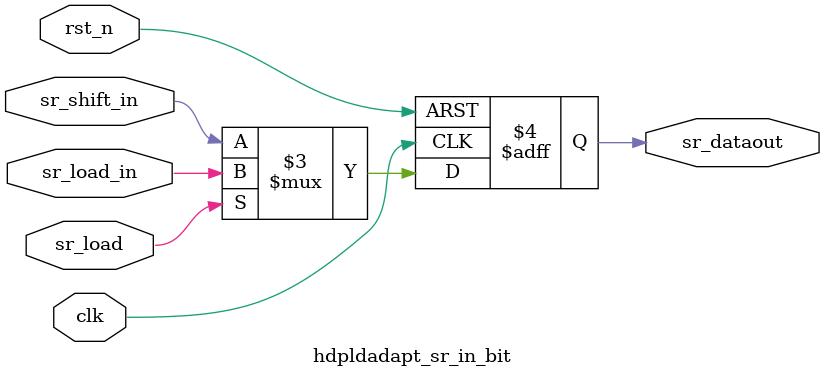
<source format=v>
module hdpldadapt_sr_in_bit
 #(
    parameter RESET_VAL    = 0     // Reset value
  )
(
input wire  sr_load_in,
input wire  sr_shift_in,
input wire  sr_load,
input wire  clk,
input wire  rst_n,

output reg  sr_dataout
);

localparam reset_value = (RESET_VAL == 1) ? 1'b1 : 1'b0;

always @(negedge rst_n or posedge clk)
  if (rst_n == 1'b0)
    begin
      sr_dataout <= reset_value;
    end
  else
    begin
      sr_dataout <= sr_load ? sr_load_in : sr_shift_in;
    end


endmodule

</source>
